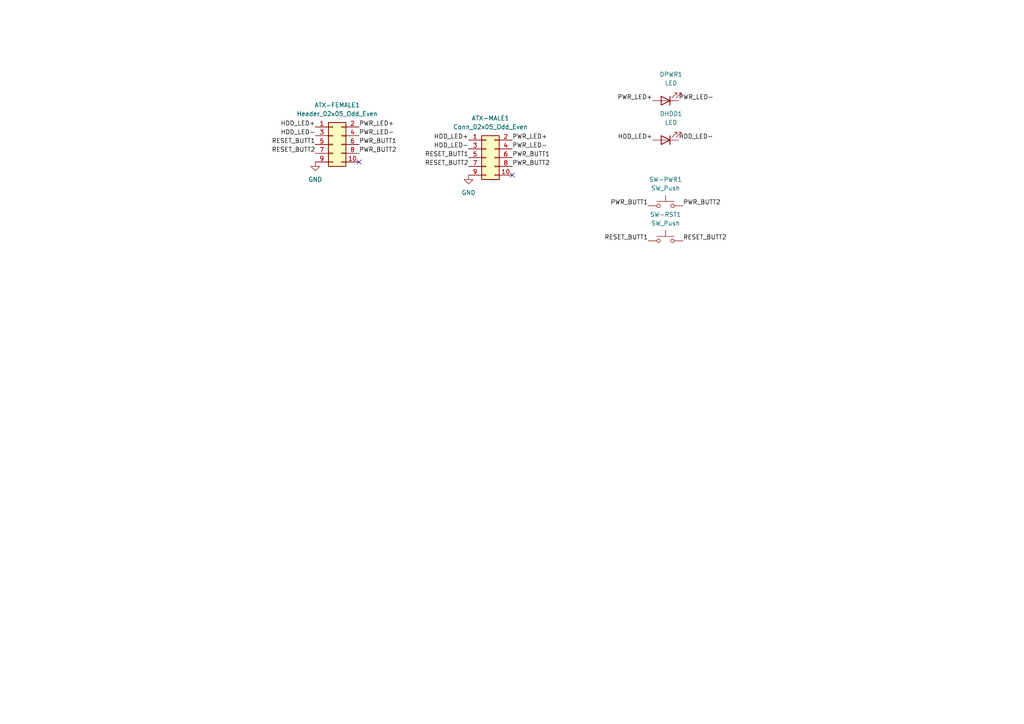
<source format=kicad_sch>
(kicad_sch (version 20211123) (generator eeschema)
  (paper "A4")
  (lib_symbols
    (symbol "Connector_Generic:Conn_02x05_Odd_Even" (pin_names (offset 1.016) hide)
      (property "Reference" "J" (at 1.27 7.62 0))
      (property "Value" "Conn_02x05_Odd_Even" (at 1.27 -7.62 0))
      (symbol "Conn_02x05_Odd_Even_1_1"
        (rectangle (start -1.27 -4.953) (end 0 -5.207) (stroke (width 0.1524)))
        (rectangle (start -1.27 -2.413) (end 0 -2.667) (stroke (width 0.1524)))
        (rectangle (start -1.27 0.127) (end 0 -0.127) (stroke (width 0.1524)))
        (rectangle (start -1.27 2.667) (end 0 2.413) (stroke (width 0.1524)))
        (rectangle (start -1.27 5.207) (end 0 4.953) (stroke (width 0.1524)))
        (rectangle (start -1.27 6.35) (end 3.81 -6.35) (stroke (width 0.254)) (fill (type background)))
        (rectangle (start 3.81 -4.953) (end 2.54 -5.207) (stroke (width 0.1524)))
        (rectangle (start 3.81 -2.413) (end 2.54 -2.667) (stroke (width 0.1524)))
        (rectangle (start 3.81 0.127) (end 2.54 -0.127) (stroke (width 0.1524)))
        (rectangle (start 3.81 2.667) (end 2.54 2.413) (stroke (width 0.1524)))
        (rectangle (start 3.81 5.207) (end 2.54 4.953) (stroke (width 0.1524)))
        (pin passive line (at -5.08 5.08 0) (length 3.81) (name "Pin_1") (number "1"))
        (pin passive line (at 7.62 -5.08 180) (length 3.81) (name "Pin_10") (number "10"))
        (pin passive line (at 7.62 5.08 180) (length 3.81) (name "Pin_2") (number "2"))
        (pin passive line (at -5.08 2.54 0) (length 3.81) (name "Pin_3") (number "3"))
        (pin passive line (at 7.62 2.54 180) (length 3.81) (name "Pin_4") (number "4"))
        (pin passive line (at -5.08 0 0) (length 3.81) (name "Pin_5") (number "5"))
        (pin passive line (at 7.62 0 180) (length 3.81) (name "Pin_6") (number "6"))
        (pin passive line (at -5.08 -2.54 0) (length 3.81) (name "Pin_7") (number "7"))
        (pin passive line (at 7.62 -2.54 180) (length 3.81) (name "Pin_8") (number "8"))
        (pin passive line (at -5.08 -5.08 0) (length 3.81) (name "Pin_9") (number "9"))
      )
    )
    (symbol "Device:LED" (pin_numbers hide) (pin_names (offset 1.016) hide)
      (property "Reference" "D" (at 0 2.54 0))
      (property "Value" "LED" (at 0 -2.54 0))
      (symbol "LED_0_1"
        (polyline (pts (xy -1.27 -1.27) (xy -1.27 1.27)) (stroke (width 0.254)))
        (polyline (pts (xy -1.27 0) (xy 1.27 0)))
        (polyline (pts (xy 1.27 -1.27) (xy 1.27 1.27) (xy -1.27 0) (xy 1.27 -1.27)) (stroke (width 0.254)))
        (polyline (pts (xy -3.048 -0.762) (xy -4.572 -2.286) (xy -3.81 -2.286) (xy -4.572 -2.286) (xy -4.572 -1.524)))
        (polyline (pts (xy -1.778 -0.762) (xy -3.302 -2.286) (xy -2.54 -2.286) (xy -3.302 -2.286) (xy -3.302 -1.524)))
      )
      (symbol "LED_1_1"
        (pin passive line (at -3.81 0 0) (length 2.54) (name "K") (number "1"))
        (pin passive line (at 3.81 0 180) (length 2.54) (name "A") (number "2"))
      )
    )
    (symbol "Switch:SW_Push" (pin_numbers hide) (pin_names (offset 1.016) hide)
      (property "Reference" "SW" (at 1.27 2.54 0))
      (property "Value" "SW_Push" (at 0 -1.524 0))
      (symbol "SW_Push_0_1"
        (circle (center -2.032 0) (radius 0.508))
        (polyline (pts (xy 0 1.27) (xy 0 3.048)))
        (polyline (pts (xy 2.54 1.27) (xy -2.54 1.27)))
        (circle (center 2.032 0) (radius 0.508))
        (pin passive line (at -5.08 0 0) (length 2.54) (name "1") (number "1"))
        (pin passive line (at 5.08 0 180) (length 2.54) (name "2") (number "2"))
      )
    )
    (symbol "power:GND" (power) (pin_names (offset 0))
      (property "Value" "GND" (at 0 -3.81 0))
      (symbol "GND_0_1"
        (polyline (pts (xy 0 0) (xy 0 -1.27) (xy 1.27 -1.27) (xy 0 -2.54) (xy -1.27 -1.27) (xy 0 -1.27)))
      )
      (symbol "GND_1_1"
        (pin power_in line (at 0 0 270) (length 0) hide (name "GND") (number "1"))
      )
    )
  )
  (no_connect (at 148.59 50.8))
  (no_connect (at 104.14 46.99))
  (label "PWR_LED+" (at 104.14 36.83 0))
  (label "RESET_BUTT2" (at 135.89 48.26 180))
  (label "PWR_BUTT1" (at 187.96 59.69 180))
  (label "HDD_LED-" (at 91.44 39.37 180))
  (label "HDD_LED-" (at 196.85 40.64 0))
  (label "RESET_BUTT2" (at 91.44 44.45 180))
  (label "HDD_LED-" (at 135.89 43.18 180))
  (label "PWR_BUTT1" (at 148.59 45.72 0))
  (label "PWR_LED+" (at 189.23 29.21 180))
  (label "PWR_BUTT2" (at 198.12 59.69 0))
  (label "PWR_BUTT2" (at 104.14 44.45 0))
  (label "HDD_LED+" (at 91.44 36.83 180))
  (label "HDD_LED+" (at 135.89 40.64 180))
  (label "RESET_BUTT1" (at 91.44 41.91 180))
  (label "RESET_BUTT1" (at 135.89 45.72 180))
  (label "PWR_LED-" (at 148.59 43.18 0))
  (label "RESET_BUTT2" (at 198.12 69.85 0))
  (label "PWR_BUTT2" (at 148.59 48.26 0))
  (label "PWR_LED-" (at 196.85 29.21 0))
  (label "RESET_BUTT1" (at 187.96 69.85 180))
  (label "HDD_LED+" (at 189.23 40.64 180))
  (label "PWR_LED-" (at 104.14 39.37 0))
  (label "PWR_BUTT1" (at 104.14 41.91 0))
  (label "PWR_LED+" (at 148.59 40.64 0))
  (symbol (lib_id "Connector_Generic:Conn_02x05_Odd_Even") (at 140.97 45.72 0) (unit 1)
    (property "Reference" "ATX-MALE1" (at 142.24 34.29 0))
    (property "Value" "Conn_02x05_Odd_Even" (at 142.24 36.83 0))
    (property "Footprint" "Connector_PinHeader_2.54mm:PinHeader_2x05_P2.54mm_Vertical" (effects hide))
  )
  (symbol (lib_id "Switch:SW_Push") (at 193.04 59.69 0) (unit 1)
    (property "Reference" "SW-PWR1" (at 193.04 52.07 0))
    (property "Value" "SW_Push" (at 193.04 54.61 0))
    (property "Footprint" "Button_Switch_THT:SW_PUSH_6mm_H5mm" (effects hide))
  )
  (symbol (lib_id "Device:LED") (at 193.04 40.64 180) (unit 1)
    (property "Reference" "DHDD1" (at 194.6275 33.02 0))
    (property "Value" "LED" (at 194.6275 35.56 0))
    (property "Footprint" "LED_SMD:LED_0805_2012Metric_Pad1.15x1.40mm_HandSolder" (effects hide))
  )
  (symbol (lib_id "power:GND") (at 91.44 46.99 0) (unit 1)
    (property "Reference" "#PWR0101" (effects hide))
    (property "Value" "GND" (at 91.44 52.07 0))
  )
  (symbol (lib_id "Connector_Generic:Conn_02x05_Odd_Even") (at 96.52 41.91 0) (unit 1)
    (property "Reference" "ATX-FEMALE1" (at 97.79 30.48 0))
    (property "Value" "Header_02x05_Odd_Even" (at 97.79 33.02 0))
    (property "Footprint" "Connector_PinSocket_2.54mm:PinSocket_2x05_P2.54mm_Vertical" (effects hide))
  )
  (symbol (lib_id "power:GND") (at 135.89 50.8 0) (unit 1)
    (property "Reference" "#PWR0102" (effects hide))
    (property "Value" "GND" (at 135.89 55.88 0))
  )
  (symbol (lib_id "Switch:SW_Push") (at 193.04 69.85 0) (unit 1)
    (property "Reference" "SW-RST1" (at 193.04 62.23 0))
    (property "Value" "SW_Push" (at 193.04 64.77 0))
    (property "Footprint" "Button_Switch_THT:SW_PUSH_6mm_H5mm" (effects hide))
  )
  (symbol (lib_id "Device:LED") (at 193.04 29.21 180) (unit 1)
    (property "Reference" "DPWR1" (at 194.6275 21.59 0))
    (property "Value" "LED" (at 194.6275 24.13 0))
    (property "Footprint" "LED_SMD:LED_0805_2012Metric_Pad1.15x1.40mm_HandSolder" (effects hide))
  )
)
</source>
